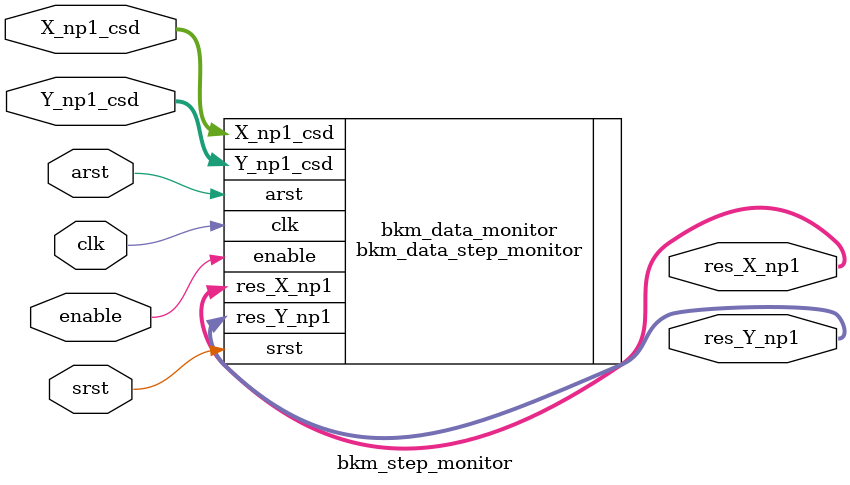
<source format=v>

`include "/home/ilesser/simlib/simlib_defs.vh"

module bkm_step_monitor #(
   // ----------------------------------
   // Parameters
   // ----------------------------------
   parameter WD      = 64
   ) (
   // ----------------------------------
   // Clock, reset & enable inputs
   // ----------------------------------
   input wire              clk,
   input wire              arst,
   input wire              srst,
   input wire              enable,
   // ----------------------------------
   // Data inputs
   // ----------------------------------
   input  wire [2*WD-1:0]  X_np1_csd,
   input  wire [2*WD-1:0]  Y_np1_csd,
   // ----------------------------------
   // Data outputs
   // ----------------------------------
   output wire [WD-1:0]    res_X_np1,
   output wire [WD-1:0]    res_Y_np1
   );
// *****************************************************************************

// *****************************************************************************
// Architecture
// *****************************************************************************

   // -----------------------------------------------------
   // Internal signals
   // -----------------------------------------------------
   // -----------------------------------------------------

   bkm_data_step_monitor #(
      .W          (WD)
   ) bkm_data_monitor (
      // ----------------------------------
      // Clock, reset & enable inputs
      // ----------------------------------
      .clk        (clk),
      .arst       (arst),
      .srst       (srst),
      .enable     (enable),
      // ----------------------------------
      // Data inputs
      // ----------------------------------
      .X_np1_csd  (X_np1_csd),
      .Y_np1_csd  (Y_np1_csd),
      // ----------------------------------
      // Data outputs
      // ----------------------------------
      .res_X_np1  (res_X_np1),
      .res_Y_np1  (res_Y_np1)
   );
// *****************************************************************************

`ifdef RTL_DEBUG

//

`else

//XXXXX FILL IN HERE XXXXX

`endif
// *****************************************************************************

endmodule




</source>
